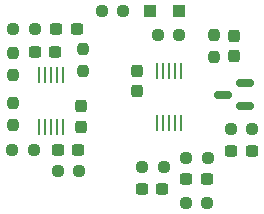
<source format=gtp>
G04 #@! TF.GenerationSoftware,KiCad,Pcbnew,(6.0.2)*
G04 #@! TF.CreationDate,2022-05-11T22:01:16-05:00*
G04 #@! TF.ProjectId,Receive US,52656365-6976-4652-9055-532e6b696361,rev?*
G04 #@! TF.SameCoordinates,Original*
G04 #@! TF.FileFunction,Paste,Top*
G04 #@! TF.FilePolarity,Positive*
%FSLAX46Y46*%
G04 Gerber Fmt 4.6, Leading zero omitted, Abs format (unit mm)*
G04 Created by KiCad (PCBNEW (6.0.2)) date 2022-05-11 22:01:16*
%MOMM*%
%LPD*%
G01*
G04 APERTURE LIST*
G04 Aperture macros list*
%AMRoundRect*
0 Rectangle with rounded corners*
0 $1 Rounding radius*
0 $2 $3 $4 $5 $6 $7 $8 $9 X,Y pos of 4 corners*
0 Add a 4 corners polygon primitive as box body*
4,1,4,$2,$3,$4,$5,$6,$7,$8,$9,$2,$3,0*
0 Add four circle primitives for the rounded corners*
1,1,$1+$1,$2,$3*
1,1,$1+$1,$4,$5*
1,1,$1+$1,$6,$7*
1,1,$1+$1,$8,$9*
0 Add four rect primitives between the rounded corners*
20,1,$1+$1,$2,$3,$4,$5,0*
20,1,$1+$1,$4,$5,$6,$7,0*
20,1,$1+$1,$6,$7,$8,$9,0*
20,1,$1+$1,$8,$9,$2,$3,0*%
G04 Aperture macros list end*
%ADD10R,0.279400X1.327899*%
%ADD11RoundRect,0.237500X0.237500X-0.250000X0.237500X0.250000X-0.237500X0.250000X-0.237500X-0.250000X0*%
%ADD12RoundRect,0.150000X0.587500X0.150000X-0.587500X0.150000X-0.587500X-0.150000X0.587500X-0.150000X0*%
%ADD13RoundRect,0.237500X0.300000X0.237500X-0.300000X0.237500X-0.300000X-0.237500X0.300000X-0.237500X0*%
%ADD14RoundRect,0.237500X0.237500X-0.300000X0.237500X0.300000X-0.237500X0.300000X-0.237500X-0.300000X0*%
%ADD15RoundRect,0.237500X-0.250000X-0.237500X0.250000X-0.237500X0.250000X0.237500X-0.250000X0.237500X0*%
%ADD16RoundRect,0.237500X0.250000X0.237500X-0.250000X0.237500X-0.250000X-0.237500X0.250000X-0.237500X0*%
%ADD17RoundRect,0.237500X-0.300000X-0.237500X0.300000X-0.237500X0.300000X0.237500X-0.300000X0.237500X0*%
%ADD18R,1.000000X1.000000*%
%ADD19RoundRect,0.237500X-0.237500X0.300000X-0.237500X-0.300000X0.237500X-0.300000X0.237500X0.300000X0*%
G04 APERTURE END LIST*
D10*
G04 #@! TO.C,U2*
X93989999Y-102523348D03*
X94490001Y-102523348D03*
X94990000Y-102523348D03*
X95489999Y-102523348D03*
X95990001Y-102523348D03*
X95990001Y-98096652D03*
X95489999Y-98096652D03*
X94990000Y-98096652D03*
X94490001Y-98096652D03*
X93989999Y-98096652D03*
G04 #@! TD*
D11*
G04 #@! TO.C,R5*
X91750000Y-102362500D03*
X91750000Y-100537500D03*
G04 #@! TD*
D12*
G04 #@! TO.C,Q1*
X111437500Y-100750000D03*
X111437500Y-98850000D03*
X109562500Y-99800000D03*
G04 #@! TD*
D13*
G04 #@! TO.C,C1*
X97312500Y-104500000D03*
X95587500Y-104500000D03*
G04 #@! TD*
D11*
G04 #@! TO.C,R11*
X108825000Y-96612500D03*
X108825000Y-94787500D03*
G04 #@! TD*
D14*
G04 #@! TO.C,C7*
X110500000Y-96562500D03*
X110500000Y-94837500D03*
G04 #@! TD*
D15*
G04 #@! TO.C,R13*
X110187500Y-102700000D03*
X112012500Y-102700000D03*
G04 #@! TD*
G04 #@! TO.C,R6*
X102687500Y-105900000D03*
X104512500Y-105900000D03*
G04 #@! TD*
D16*
G04 #@! TO.C,R4*
X93512500Y-104500000D03*
X91687500Y-104500000D03*
G04 #@! TD*
D10*
G04 #@! TO.C,U1*
X106000001Y-97786652D03*
X105499999Y-97786652D03*
X105000000Y-97786652D03*
X104500001Y-97786652D03*
X103999999Y-97786652D03*
X103999999Y-102213348D03*
X104500001Y-102213348D03*
X105000000Y-102213348D03*
X105499999Y-102213348D03*
X106000001Y-102213348D03*
G04 #@! TD*
D16*
G04 #@! TO.C,R12*
X105837500Y-94775000D03*
X104012500Y-94775000D03*
G04 #@! TD*
D13*
G04 #@! TO.C,C2*
X108162500Y-106950000D03*
X106437500Y-106950000D03*
G04 #@! TD*
D17*
G04 #@! TO.C,C5*
X93637500Y-96150000D03*
X95362500Y-96150000D03*
G04 #@! TD*
D13*
G04 #@! TO.C,C9*
X111962500Y-104600000D03*
X110237500Y-104600000D03*
G04 #@! TD*
D15*
G04 #@! TO.C,R8*
X91787500Y-94250000D03*
X93612500Y-94250000D03*
G04 #@! TD*
D16*
G04 #@! TO.C,R3*
X108212500Y-109000000D03*
X106387500Y-109000000D03*
G04 #@! TD*
D15*
G04 #@! TO.C,R1*
X95537500Y-106300000D03*
X97362500Y-106300000D03*
G04 #@! TD*
D11*
G04 #@! TO.C,R9*
X97700000Y-97762500D03*
X97700000Y-95937500D03*
G04 #@! TD*
D14*
G04 #@! TO.C,C3*
X97550000Y-102512500D03*
X97550000Y-100787500D03*
G04 #@! TD*
D18*
G04 #@! TO.C,D1*
X105850000Y-92700000D03*
X103350000Y-92700000D03*
G04 #@! TD*
D17*
G04 #@! TO.C,C6*
X95437500Y-94250000D03*
X97162500Y-94250000D03*
G04 #@! TD*
D13*
G04 #@! TO.C,C4*
X104412500Y-107800000D03*
X102687500Y-107800000D03*
G04 #@! TD*
D11*
G04 #@! TO.C,R7*
X91750000Y-98112500D03*
X91750000Y-96287500D03*
G04 #@! TD*
D15*
G04 #@! TO.C,R10*
X99287500Y-92700000D03*
X101112500Y-92700000D03*
G04 #@! TD*
D19*
G04 #@! TO.C,C8*
X102300000Y-97787500D03*
X102300000Y-99512500D03*
G04 #@! TD*
D15*
G04 #@! TO.C,R2*
X106437500Y-105150000D03*
X108262500Y-105150000D03*
G04 #@! TD*
M02*

</source>
